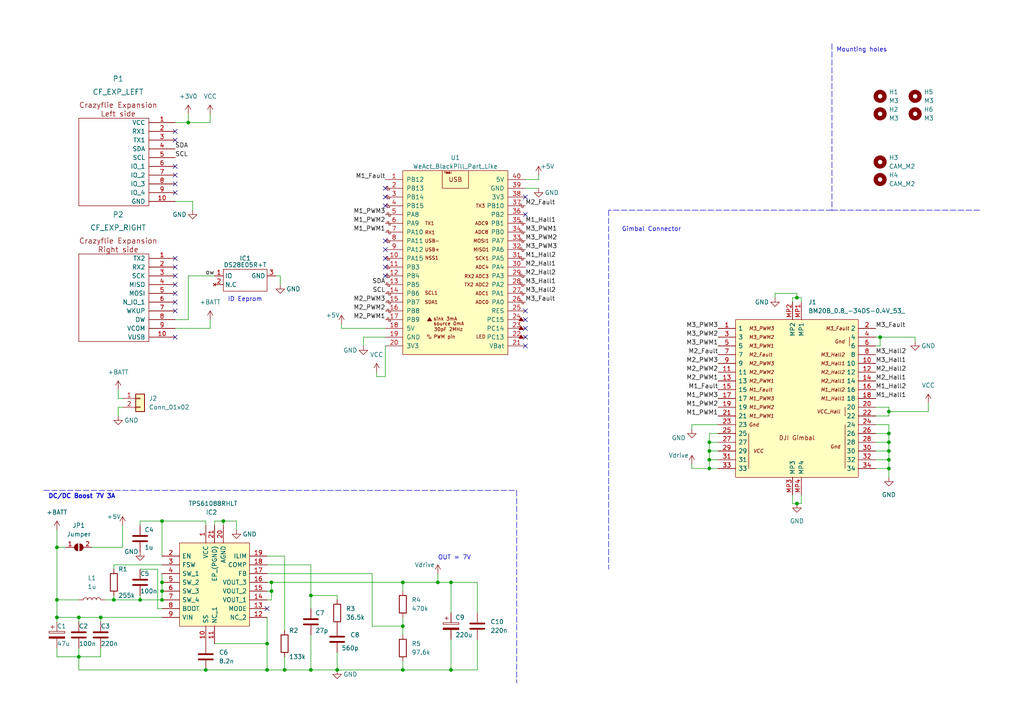
<source format=kicad_sch>
(kicad_sch (version 20211123) (generator eeschema)
  (paper "A4")
  (lib_symbols
    (symbol "Connector_Generic:Conn_01x02" (pin_names (offset 1.016) hide)
      (property "Reference" "J" (at 0 2.54 0))
      (property "Value" "Conn_01x02" (at 0 -5.08 0))
      (symbol "Conn_01x02_1_1"
        (pin passive line (at -5.08 0 0) (length 3.81) (name "Pin_1") (number "1"))
        (pin passive line (at -5.08 -2.54 0) (length 3.81) (name "Pin_2") (number "2"))
      )
    )
    (symbol "DJI_Gimbal:BM20B_0.8_-34DS-0.4V_53_" (pin_names (offset 0.762))
      (property "Reference" "J" (at -0.635 14.605 0))
      (property "Value" "BM20B_0.8_-34DS-0.4V_53_" (at -12.065 17.145 0))
      (symbol "BM20B_0.8_-34DS-0.4V_53__0_0"
        (text "DJI Gimbal" (at 0 -31.75 0) (effects (font (size 1.27 1.27))))
        (text "Gnd" (at -13.97 -27.94 0) (effects (font (size 1.016 1.016) italic) (justify left)))
        (text "Gnd" (at 12.7 -34.29 0) (effects (font (size 1.016 1.016) italic) (justify right)))
        (text "Gnd" (at 13.97 -3.81 0) (effects (font (size 1.016 1.016) italic) (justify right)))
        (text "M1_Fault" (at -13.97 -17.78 0) (effects (font (size 1.016 1.016) italic) (justify left)))
        (text "M1_Hall1" (at 13.97 -20.32 0) (effects (font (size 1.016 1.016) italic) (justify right)))
        (text "M1_Hall2" (at 13.97 -17.78 0) (effects (font (size 1.016 1.016) italic) (justify right)))
        (text "M1_PWM1" (at -13.97 -25.4 0) (effects (font (size 1.016 1.016) italic) (justify left)))
        (text "M1_PWM2" (at -13.97 -22.86 0) (effects (font (size 1.016 1.016) italic) (justify left)))
        (text "M1_PWM3" (at -13.97 -20.32 0) (effects (font (size 1.016 1.016) italic) (justify left)))
        (text "M2_Fault" (at -13.97 -7.62 0) (effects (font (size 1.016 1.016) italic) (justify left)))
        (text "M2_Hall1" (at 13.97 -15.24 0) (effects (font (size 1.016 1.016) italic) (justify right)))
        (text "M2_Hall2" (at 13.97 -12.7 0) (effects (font (size 1.016 1.016) italic) (justify right)))
        (text "M2_PWM1" (at -13.97 -15.24 0) (effects (font (size 1.016 1.016) italic) (justify left)))
        (text "M2_PWM2" (at -13.97 -12.7 0) (effects (font (size 1.016 1.016) italic) (justify left)))
        (text "M2_PWM3" (at -13.97 -10.16 0) (effects (font (size 1.016 1.016) italic) (justify left)))
        (text "M3_Fault" (at 15.24 0 0) (effects (font (size 1.016 1.016) italic) (justify right)))
        (text "M3_Hall1" (at 13.97 -10.16 0) (effects (font (size 1.016 1.016) italic) (justify right)))
        (text "M3_Hall2" (at 13.97 -7.62 0) (effects (font (size 1.016 1.016) italic) (justify right)))
        (text "M3_PWM1" (at -13.97 -5.08 0) (effects (font (size 1.016 1.016) italic) (justify left)))
        (text "M3_PWM2" (at -13.97 -2.54 0) (effects (font (size 1.016 1.016) italic) (justify left)))
        (text "M3_PWM3" (at -13.97 0 0) (effects (font (size 1.016 1.016) italic) (justify left)))
        (text "VCC" (at -12.7 -35.56 0) (effects (font (size 1.016 1.016) italic) (justify left)))
        (text "VCC_Hall" (at 12.7 -24.13 0) (effects (font (size 1.016 1.016) italic) (justify right)))
        (pin passive line (at -22.86 0 0) (length 5.08) (name "1") (number "1"))
        (pin passive line (at 22.86 -10.16 180) (length 5.08) (name "10") (number "10"))
        (pin passive line (at -22.86 -12.7 0) (length 5.08) (name "11") (number "11"))
        (pin passive line (at 22.86 -12.7 180) (length 5.08) (name "12") (number "12"))
        (pin passive line (at -22.86 -15.24 0) (length 5.08) (name "13") (number "13"))
        (pin passive line (at 22.86 -15.24 180) (length 5.08) (name "14") (number "14"))
        (pin passive line (at -22.86 -17.78 0) (length 5.08) (name "15") (number "15"))
        (pin passive line (at 22.86 -17.78 180) (length 5.08) (name "16") (number "16"))
        (pin passive line (at -22.86 -20.32 0) (length 5.08) (name "17") (number "17"))
        (pin passive line (at 22.86 -20.32 180) (length 5.08) (name "18") (number "18"))
        (pin passive line (at -22.86 -22.86 0) (length 5.08) (name "19") (number "19"))
        (pin passive line (at 22.86 0 180) (length 5.08) (name "2") (number "2"))
        (pin passive line (at 22.86 -22.86 180) (length 5.08) (name "20") (number "20"))
        (pin passive line (at -22.86 -25.4 0) (length 5.08) (name "21") (number "21"))
        (pin passive line (at 22.86 -25.4 180) (length 5.08) (name "22") (number "22"))
        (pin passive line (at -22.86 -27.94 0) (length 5.08) (name "23") (number "23"))
        (pin passive line (at 22.86 -27.94 180) (length 5.08) (name "24") (number "24"))
        (pin passive line (at -22.86 -30.48 0) (length 5.08) (name "25") (number "25"))
        (pin passive line (at 22.86 -30.48 180) (length 5.08) (name "26") (number "26"))
        (pin passive line (at -22.86 -33.02 0) (length 5.08) (name "27") (number "27"))
        (pin passive line (at 22.86 -33.02 180) (length 5.08) (name "28") (number "28"))
        (pin passive line (at -22.86 -35.56 0) (length 5.08) (name "29") (number "29"))
        (pin passive line (at -22.86 -2.54 0) (length 5.08) (name "3") (number "3"))
        (pin passive line (at 22.86 -35.56 180) (length 5.08) (name "30") (number "30"))
        (pin passive line (at -22.86 -38.1 0) (length 5.08) (name "31") (number "31"))
        (pin passive line (at 22.86 -38.1 180) (length 5.08) (name "32") (number "32"))
        (pin passive line (at -22.86 -40.64 0) (length 5.08) (name "33") (number "33"))
        (pin passive line (at 22.86 -40.64 180) (length 5.08) (name "34") (number "34"))
        (pin passive line (at 22.86 -2.54 180) (length 5.08) (name "4") (number "4"))
        (pin passive line (at -22.86 -5.08 0) (length 5.08) (name "5") (number "5"))
        (pin passive line (at 22.86 -5.08 180) (length 5.08) (name "6") (number "6"))
        (pin passive line (at -22.86 -7.62 0) (length 5.08) (name "7") (number "7"))
        (pin passive line (at 22.86 -7.62 180) (length 5.08) (name "8") (number "8"))
        (pin passive line (at -22.86 -10.16 0) (length 5.08) (name "9") (number "9"))
        (pin passive line (at 1.27 7.62 270) (length 5.08) (name "MP1") (number "MP1"))
        (pin passive line (at -1.27 7.62 270) (length 5.08) (name "MP2") (number "MP2"))
        (pin passive line (at -1.27 -48.26 90) (length 5.08) (name "MP3") (number "MP3"))
        (pin passive line (at 1.27 -48.26 90) (length 5.08) (name "MP4") (number "MP4"))
      )
    )
    (symbol "DJI_Gimbal:CF_EXP_LEFT" (pin_names (offset 1.016))
      (property "Reference" "P" (at 0 -13.97 0))
      (property "Value" "CF_EXP_LEFT" (at 0 -16.51 0))
      (symbol "CF_EXP_LEFT_0_0"
        (text "Crazyflie Expansion" (at 1.27 16.51 0) (effects (font (size 1.524 1.524))))
        (text "Left side" (at 1.27 13.97 0) (effects (font (size 1.524 1.524))))
      )
      (symbol "CF_EXP_LEFT_1_1"
        (pin power_out line (at 17.78 11.43 180) (length 7.62) (name "VCC") (number "1"))
        (pin power_out line (at 17.78 -11.43 180) (length 7.62) (name "GND") (number "10"))
        (pin bidirectional line (at 17.78 8.89 180) (length 7.62) (name "RX1") (number "2"))
        (pin bidirectional line (at 17.78 6.35 180) (length 7.62) (name "TX1") (number "3"))
        (pin output line (at 17.78 3.81 180) (length 7.62) (name "SDA") (number "4"))
        (pin bidirectional line (at 17.78 1.27 180) (length 7.62) (name "SCL") (number "5"))
        (pin bidirectional line (at 17.78 -1.27 180) (length 7.62) (name "IO_1") (number "6"))
        (pin bidirectional line (at 17.78 -3.81 180) (length 7.62) (name "IO_2") (number "7"))
        (pin bidirectional line (at 17.78 -6.35 180) (length 7.62) (name "IO_3") (number "8"))
        (pin bidirectional line (at 17.78 -8.89 180) (length 7.62) (name "IO_4") (number "9"))
      )
    )
    (symbol "DJI_Gimbal:CF_EXP_RIGHT" (pin_names (offset 1.016))
      (property "Reference" "P" (at 0 -13.97 0))
      (property "Value" "CF_EXP_RIGHT" (at 0 -16.51 0))
      (symbol "CF_EXP_RIGHT_0_0"
        (text "Crazyflie Expansion" (at 1.27 16.51 0) (effects (font (size 1.524 1.524))))
        (text "Right side" (at 1.27 13.97 0) (effects (font (size 1.524 1.524))))
      )
      (symbol "CF_EXP_RIGHT_1_1"
        (pin bidirectional line (at 17.78 11.43 180) (length 7.62) (name "TX2") (number "1"))
        (pin power_out line (at 17.78 -11.43 180) (length 7.62) (name "VUSB") (number "10"))
        (pin bidirectional line (at 17.78 8.89 180) (length 7.62) (name "RX2") (number "2"))
        (pin output line (at 17.78 6.35 180) (length 7.62) (name "SCK") (number "3"))
        (pin bidirectional line (at 17.78 3.81 180) (length 7.62) (name "MISO") (number "4"))
        (pin bidirectional line (at 17.78 1.27 180) (length 7.62) (name "MOSI") (number "5"))
        (pin bidirectional line (at 17.78 -1.27 180) (length 7.62) (name "N_IO_1") (number "6"))
        (pin bidirectional line (at 17.78 -3.81 180) (length 7.62) (name "WKUP") (number "7"))
        (pin bidirectional line (at 17.78 -6.35 180) (length 7.62) (name "OW") (number "8"))
        (pin power_out line (at 17.78 -8.89 180) (length 7.62) (name "VCOM") (number "9"))
      )
    )
    (symbol "DJI_Gimbal:DS28E05R+T"
      (property "Reference" "IC?" (at 0 5.08 0))
      (property "Value" "DS28E05R+T" (at 0 3.175 0))
      (symbol "DS28E05R+T_1_1"
        (pin bidirectional line (at -8.89 0 0) (length 2.54) (name "IO") (number "1"))
        (pin no_connect line (at -8.89 -2.54 0) (length 2.54) (name "N.C") (number "2"))
        (pin input line (at 8.89 0 180) (length 2.54) (name "GND") (number "3"))
      )
    )
    (symbol "DJI_Gimbal:TPS61088RHLT" (pin_names (offset 0.762))
      (property "Reference" "IC" (at 26.67 22.86 0))
      (property "Value" "TPS61088RHLT" (at 26.67 20.32 0))
      (symbol "TPS61088RHLT_0_0"
        (pin passive line (at 12.7 8.89 270) (length 5.08) (name "VCC") (number "1"))
        (pin passive line (at 12.7 -25.4 90) (length 5.08) (name "SS") (number "10"))
        (pin passive line (at 15.24 -25.4 90) (length 5.08) (name "NC_1") (number "11"))
        (pin passive line (at 30.48 -17.78 180) (length 5.08) (name "NC_2") (number "12"))
        (pin passive line (at 30.48 -15.24 180) (length 5.08) (name "MODE") (number "13"))
        (pin passive line (at 30.48 -12.7 180) (length 5.08) (name "VOUT_1") (number "14"))
        (pin passive line (at 30.48 -10.16 180) (length 5.08) (name "VOUT_2") (number "15"))
        (pin passive line (at 30.48 -7.62 180) (length 5.08) (name "VOUT_3") (number "16"))
        (pin passive line (at 30.48 -5.08 180) (length 5.08) (name "FB") (number "17"))
        (pin passive line (at 30.48 -2.54 180) (length 5.08) (name "COMP") (number "18"))
        (pin passive line (at 30.48 0 180) (length 5.08) (name "ILIM") (number "19"))
        (pin passive line (at 0 0 0) (length 5.08) (name "EN") (number "2"))
        (pin passive line (at 17.78 8.89 270) (length 5.08) (name "AGND") (number "20"))
        (pin passive line (at 15.24 8.89 270) (length 5.08) (name "EP_(PGND)") (number "21"))
        (pin passive line (at 0 -2.54 0) (length 5.08) (name "FSW") (number "3"))
        (pin passive line (at 0 -5.08 0) (length 5.08) (name "SW_1") (number "4"))
        (pin passive line (at 0 -7.62 0) (length 5.08) (name "SW_2") (number "5"))
        (pin passive line (at 0 -10.16 0) (length 5.08) (name "SW_3") (number "6"))
        (pin passive line (at 0 -12.7 0) (length 5.08) (name "SW_4") (number "7"))
        (pin passive line (at 0 -15.24 0) (length 5.08) (name "BOOT") (number "8"))
        (pin passive line (at 0 -17.78 0) (length 5.08) (name "VIN") (number "9"))
      )
    )
    (symbol "DJI_Gimbal:WeAct_BlackPill_Part_Like" (pin_names (offset 1.016))
      (property "Reference" "U" (at -12.7 27.94 0))
      (property "Value" "WeAct_BlackPill_Part_Like" (at 0 2.54 90))
      (symbol "WeAct_BlackPill_Part_Like_0_0"
        (text "30pF 2MHz" (at -2.032 -20.574 0) (effects (font (size 0.9906 0.9906))))
        (text "ADC0" (at 7.747 -12.7 0) (effects (font (size 0.9906 0.9906))))
        (text "ADC1" (at 7.747 -10.16 0) (effects (font (size 0.9906 0.9906))))
        (text "ADC2" (at 7.747 -7.62 0) (effects (font (size 0.9906 0.9906))))
        (text "ADC3" (at 7.747 -5.207 0) (effects (font (size 0.9906 0.9906))))
        (text "ADC4" (at 7.747 -2.54 0) (effects (font (size 0.9906 0.9906))))
        (text "ADC8" (at 7.62 7.62 0) (effects (font (size 0.9906 0.9906))))
        (text "ADC9" (at 7.62 10.16 0) (effects (font (size 0.9906 0.9906))))
        (text "LED" (at 7.366 -22.733 0) (effects (font (size 0.9906 0.9906))))
        (text "MISO1" (at 7.493 2.54 0) (effects (font (size 0.9906 0.9906))))
        (text "MOSI1" (at 7.493 5.08 0) (effects (font (size 0.9906 0.9906))))
        (text "NSS1" (at -6.858 0.127 0) (effects (font (size 0.9906 0.9906))))
        (text "PWM pin" (at -3.175 -22.733 0) (effects (font (size 0.9906 0.9906))))
        (text "RX1" (at -7.366 7.493 0) (effects (font (size 0.9906 0.9906))))
        (text "RX2" (at 4.064 -5.207 0) (effects (font (size 0.9906 0.9906))))
        (text "SCK1" (at 7.747 0 0) (effects (font (size 0.9906 0.9906))))
        (text "SCL1" (at -6.985 -10.033 0) (effects (font (size 0.9906 0.9906))))
        (text "SDA1" (at -6.985 -12.7 0) (effects (font (size 0.9906 0.9906))))
        (text "sink 3mA" (at -2.921 -17.526 0) (effects (font (size 0.9906 0.9906))))
        (text "source 0mA" (at -1.905 -18.923 0) (effects (font (size 0.9906 0.9906))))
        (text "TX1" (at -7.493 10.16 0) (effects (font (size 0.9906 0.9906))))
        (text "TX2" (at 3.937 -7.62 0) (effects (font (size 0.9906 0.9906))))
        (text "TX3" (at 7.239 15.24 0) (effects (font (size 0.9906 0.9906))))
        (text "USB" (at 0 22.86 0) (effects (font (size 1.27 1.27))))
        (text "USB+" (at -6.731 2.54 0) (effects (font (size 0.9906 0.9906))))
        (text "USB-" (at -6.731 5.08 0) (effects (font (size 0.9906 0.9906))))
        (text "Y@@J" (at -2.159 24.892 0) (effects (font (size 0.508 0.508))))
      )
      (symbol "WeAct_BlackPill_Part_Like_1_1"
        (pin bidirectional line (at -20.32 22.86 0) (length 5.08) (name "PB12") (number "1"))
        (pin bidirectional line (at -20.32 0 0) (length 5.08) (name "PA15") (number "10"))
        (pin bidirectional line (at -20.32 -2.54 0) (length 5.08) (name "PB3") (number "11"))
        (pin bidirectional line (at -20.32 -5.08 0) (length 5.08) (name "PB4") (number "12"))
        (pin bidirectional line (at -20.32 -7.62 0) (length 5.08) (name "PB5") (number "13"))
        (pin bidirectional line (at -20.32 -10.16 0) (length 5.08) (name "PB6") (number "14"))
        (pin bidirectional line (at -20.32 -12.7 0) (length 5.08) (name "PB7") (number "15"))
        (pin bidirectional line (at -20.32 -15.24 0) (length 5.08) (name "PB8") (number "16"))
        (pin bidirectional line (at -20.32 -17.78 0) (length 5.08) (name "PB9") (number "17"))
        (pin power_in line (at -20.32 -20.32 0) (length 5.08) (name "5V") (number "18"))
        (pin power_in line (at -20.32 -22.86 0) (length 5.08) (name "GND") (number "19"))
        (pin bidirectional line (at -20.32 20.32 0) (length 5.08) (name "PB13") (number "2"))
        (pin power_in line (at -20.32 -25.4 0) (length 5.08) (name "3V3") (number "20"))
        (pin power_in line (at 20.32 -25.4 180) (length 5.08) (name "VBat") (number "21"))
        (pin bidirectional line (at 20.32 -22.86 180) (length 5.08) (name "PC13") (number "22"))
        (pin bidirectional line (at 20.32 -20.32 180) (length 5.08) (name "PC14") (number "23"))
        (pin bidirectional line (at 20.32 -17.78 180) (length 5.08) (name "PC15") (number "24"))
        (pin input line (at 20.32 -15.24 180) (length 5.08) (name "RES") (number "25"))
        (pin bidirectional line (at 20.32 -12.7 180) (length 5.08) (name "PA0") (number "26"))
        (pin bidirectional line (at 20.32 -10.16 180) (length 5.08) (name "PA1") (number "27"))
        (pin bidirectional line (at 20.32 -7.62 180) (length 5.08) (name "PA2") (number "28"))
        (pin bidirectional line (at 20.32 -5.08 180) (length 5.08) (name "PA3") (number "29"))
        (pin bidirectional line (at -20.32 17.78 0) (length 5.08) (name "PB14") (number "3"))
        (pin bidirectional line (at 20.32 -2.54 180) (length 5.08) (name "PA4") (number "30"))
        (pin bidirectional line (at 20.32 0 180) (length 5.08) (name "PA5") (number "31"))
        (pin bidirectional line (at 20.32 2.54 180) (length 5.08) (name "PA6") (number "32"))
        (pin bidirectional line (at 20.32 5.08 180) (length 5.08) (name "PA7") (number "33"))
        (pin bidirectional line (at 20.32 7.62 180) (length 5.08) (name "PB0") (number "34"))
        (pin bidirectional line (at 20.32 10.16 180) (length 5.08) (name "PB1") (number "35"))
        (pin bidirectional line (at 20.32 12.7 180) (length 5.08) (name "PB2") (number "36"))
        (pin bidirectional line (at 20.32 15.24 180) (length 5.08) (name "PB10") (number "37"))
        (pin power_in line (at 20.32 17.78 180) (length 5.08) (name "3V3") (number "38"))
        (pin power_in line (at 20.32 20.32 180) (length 5.08) (name "GND") (number "39"))
        (pin bidirectional line (at -20.32 15.24 0) (length 5.08) (name "PB15") (number "4"))
        (pin power_in line (at 20.32 22.86 180) (length 5.08) (name "5V") (number "40"))
        (pin bidirectional line (at -20.32 12.7 0) (length 5.08) (name "PA8") (number "5"))
        (pin bidirectional line (at -20.32 10.16 0) (length 5.08) (name "PA9") (number "6"))
        (pin bidirectional line (at -20.32 7.62 0) (length 5.08) (name "PA10") (number "7"))
        (pin bidirectional line (at -20.32 5.08 0) (length 5.08) (name "PA11") (number "8"))
        (pin bidirectional line (at -20.32 2.54 0) (length 5.08) (name "PA12") (number "9"))
      )
    )
    (symbol "Device:C" (pin_numbers hide) (pin_names (offset 0.254))
      (property "Reference" "C" (at 0.635 2.54 0))
      (property "Value" "C" (at 0.635 -2.54 0))
      (symbol "C_1_1"
        (pin passive line (at 0 3.81 270) (length 2.794) (name "~") (number "1"))
        (pin passive line (at 0 -3.81 90) (length 2.794) (name "~") (number "2"))
      )
    )
    (symbol "Device:C_Polarized" (pin_numbers hide) (pin_names (offset 0.254))
      (property "Reference" "C" (at 0.635 2.54 0))
      (property "Value" "C_Polarized" (at 0.635 -2.54 0))
      (symbol "C_Polarized_1_1"
        (pin passive line (at 0 3.81 270) (length 2.794) (name "~") (number "1"))
        (pin passive line (at 0 -3.81 90) (length 2.794) (name "~") (number "2"))
      )
    )
    (symbol "Device:L" (pin_numbers hide) (pin_names (offset 1.016) hide)
      (property "Reference" "L" (at -1.27 0 90))
      (property "Value" "L" (at 1.905 0 90))
      (symbol "L_1_1"
        (pin passive line (at 0 3.81 270) (length 1.27) (name "1") (number "1"))
        (pin passive line (at 0 -3.81 90) (length 1.27) (name "2") (number "2"))
      )
    )
    (symbol "Device:R" (pin_numbers hide) (pin_names (offset 0))
      (property "Reference" "R" (at 2.032 0 90))
      (property "Value" "R" (at 0 0 90))
      (symbol "R_1_1"
        (pin passive line (at 0 3.81 270) (length 1.27) (name "~") (number "1"))
        (pin passive line (at 0 -3.81 90) (length 1.27) (name "~") (number "2"))
      )
    )
    (symbol "Jumper:SolderJumper_2_Open" (pin_names (offset 0) hide)
      (property "Reference" "JP" (at 0 2.032 0))
      (property "Value" "SolderJumper_2_Open" (at 0 -2.54 0))
      (symbol "SolderJumper_2_Open_1_1"
        (pin passive line (at -3.81 0 0) (length 2.54) (name "A") (number "1"))
        (pin passive line (at 3.81 0 180) (length 2.54) (name "B") (number "2"))
      )
    )
    (symbol "Mechanical:MountingHole" (pin_names (offset 1.016))
      (property "Reference" "H" (at 0 5.08 0))
      (property "Value" "MountingHole" (at 0 3.175 0))
    )
    (symbol "power:+3V0" (power) (pin_names (offset 0))
      (property "Value" "+3V0" (at 0 3.556 0))
      (symbol "+3V0_1_1"
        (pin power_in line (at 0 0 90) (length 0) hide (name "+3V0") (number "1"))
      )
    )
    (symbol "power:+5V" (power) (pin_names (offset 0))
      (property "Value" "+5V" (at 0 3.556 0))
      (symbol "+5V_1_1"
        (pin power_in line (at 0 0 90) (length 0) hide (name "+5V") (number "1"))
      )
    )
    (symbol "power:+BATT" (power) (pin_names (offset 0))
      (property "Value" "+BATT" (at 0 3.556 0))
      (symbol "+BATT_1_1"
        (pin power_in line (at 0 0 90) (length 0) hide (name "+BATT") (number "1"))
      )
    )
    (symbol "power:GND" (power) (pin_names (offset 0))
      (property "Value" "GND" (at 0 -3.81 0))
      (symbol "GND_1_1"
        (pin power_in line (at 0 0 270) (length 0) hide (name "GND") (number "1"))
      )
    )
    (symbol "power:VCC" (power) (pin_names (offset 0))
      (property "Value" "VCC" (at 0 3.81 0))
      (symbol "VCC_1_1"
        (pin power_in line (at 0 0 90) (length 0) hide (name "VCC") (number "1"))
      )
    )
    (symbol "power:Vdrive" (power) (pin_names (offset 0))
      (property "Value" "Vdrive" (at 0 3.81 0))
      (symbol "Vdrive_1_1"
        (pin power_in line (at 0 0 90) (length 0) hide (name "Vdrive") (number "1"))
      )
    )
  )
  (junction (at 116.84 194.31))
  (junction (at 130.81 168.91))
  (junction (at 205.74 130.81))
  (junction (at 54.61 35.56))
  (junction (at 16.51 179.07))
  (junction (at 78.74 168.91))
  (junction (at 22.86 190.5))
  (junction (at 130.81 194.31))
  (junction (at 59.69 194.31))
  (junction (at 257.81 128.27))
  (junction (at 90.17 172.72))
  (junction (at 29.21 179.07))
  (junction (at 231.14 146.05))
  (junction (at 257.81 133.35))
  (junction (at 46.99 171.45))
  (junction (at 46.99 151.13))
  (junction (at 82.55 194.31))
  (junction (at 46.99 168.91))
  (junction (at 46.99 173.99))
  (junction (at 205.74 128.27))
  (junction (at 33.02 173.99))
  (junction (at 90.17 194.31))
  (junction (at 77.47 186.69))
  (junction (at 22.86 179.07))
  (junction (at 97.79 194.31))
  (junction (at 78.74 171.45))
  (junction (at 205.74 135.89))
  (junction (at 257.81 125.73))
  (junction (at 257.81 130.81))
  (junction (at 16.51 158.75))
  (junction (at 257.81 119.38))
  (junction (at 64.77 151.13))
  (junction (at 127 168.91))
  (junction (at 116.84 181.61))
  (junction (at 205.74 133.35))
  (junction (at 231.14 86.36))
  (junction (at 16.51 173.99))
  (junction (at 255.27 97.79))
  (junction (at 116.84 168.91))
  (junction (at 257.81 135.89))
  (junction (at 77.47 194.31))
  (junction (at 40.64 173.99))
  (no_connect (at 152.4 100.33))
  (no_connect (at 111.76 74.93))
  (no_connect (at 111.76 77.47))
  (no_connect (at 111.76 69.85))
  (no_connect (at 111.76 72.39))
  (no_connect (at 111.76 80.01))
  (no_connect (at 50.8 48.26))
  (no_connect (at 50.8 50.8))
  (no_connect (at 50.8 53.34))
  (no_connect (at 50.8 55.88))
  (no_connect (at 50.8 38.1))
  (no_connect (at 50.8 40.64))
  (no_connect (at 111.76 54.61))
  (no_connect (at 111.76 57.15))
  (no_connect (at 111.76 59.69))
  (no_connect (at 152.4 57.15))
  (no_connect (at 152.4 62.23))
  (no_connect (at 152.4 90.17))
  (no_connect (at 152.4 97.79))
  (no_connect (at 50.8 97.79))
  (no_connect (at 77.47 176.53))
  (no_connect (at 50.8 77.47))
  (no_connect (at 50.8 80.01))
  (no_connect (at 50.8 82.55))
  (no_connect (at 50.8 85.09))
  (no_connect (at 50.8 87.63))
  (no_connect (at 50.8 90.17))
  (no_connect (at 50.8 74.93))
  (no_connect (at 152.4 95.25))
  (no_connect (at 152.4 92.71))
  (wire (pts (xy 16.51 173.99) (xy 22.86 173.99)))
  (wire (pts (xy 254 123.19) (xy 257.81 123.19)))
  (wire (pts (xy 257.81 133.35) (xy 257.81 135.89)))
  (wire (pts (xy 77.47 179.07) (xy 77.47 186.69)))
  (wire (pts (xy 205.74 128.27) (xy 205.74 130.81)))
  (wire (pts (xy 90.17 184.15) (xy 90.17 194.31)))
  (wire (pts (xy 77.47 168.91) (xy 78.74 168.91)))
  (wire (pts (xy 130.81 168.91) (xy 127 168.91)))
  (wire (pts (xy 22.86 190.5) (xy 16.51 190.5)))
  (wire (pts (xy 229.87 146.05) (xy 231.14 146.05)))
  (wire (pts (xy 265.43 99.06) (xy 265.43 97.79)))
  (wire (pts (xy 116.84 168.91) (xy 116.84 171.45)))
  (wire (pts (xy 40.64 151.13) (xy 46.99 151.13)))
  (wire (pts (xy 127 166.37) (xy 127 168.91)))
  (wire (pts (xy 77.47 171.45) (xy 78.74 171.45)))
  (wire (pts (xy 224.79 85.09) (xy 231.14 85.09)))
  (wire (pts (xy 254 133.35) (xy 257.81 133.35)))
  (wire (pts (xy 257.81 119.38) (xy 257.81 120.65)))
  (wire (pts (xy 60.96 35.56) (xy 54.61 35.56)))
  (wire (pts (xy 130.81 185.42) (xy 130.81 194.31)))
  (wire (pts (xy 60.96 92.71) (xy 60.96 95.25)))
  (wire (pts (xy 82.55 161.29) (xy 77.47 161.29)))
  (wire (pts (xy 59.69 151.13) (xy 46.99 151.13)))
  (wire (pts (xy 107.95 181.61) (xy 116.84 181.61)))
  (wire (pts (xy 22.86 180.34) (xy 22.86 179.07)))
  (wire (pts (xy 82.55 194.31) (xy 77.47 194.31)))
  (wire (pts (xy 97.79 172.72) (xy 97.79 173.99)))
  (wire (pts (xy 255.27 97.79) (xy 255.27 100.33)))
  (wire (pts (xy 60.96 95.25) (xy 50.8 95.25)))
  (wire (pts (xy 254 118.11) (xy 257.81 118.11)))
  (wire (pts (xy 229.87 87.63) (xy 229.87 86.36)))
  (wire (pts (xy 254 130.81) (xy 257.81 130.81)))
  (wire (pts (xy 16.51 158.75) (xy 19.05 158.75)))
  (wire (pts (xy 22.86 190.5) (xy 22.86 194.31)))
  (wire (pts (xy 33.02 165.1) (xy 33.02 163.83)))
  (wire (pts (xy 46.99 171.45) (xy 46.99 173.99)))
  (wire (pts (xy 68.58 153.67) (xy 68.58 151.13)))
  (wire (pts (xy 156.21 50.8) (xy 156.21 52.07)))
  (wire (pts (xy 116.84 194.31) (xy 130.81 194.31)))
  (wire (pts (xy 99.06 93.98) (xy 99.06 95.25)))
  (wire (pts (xy 46.99 176.53) (xy 45.72 176.53)))
  (wire (pts (xy 254 97.79) (xy 255.27 97.79)))
  (wire (pts (xy 80.01 80.01) (xy 81.28 80.01)))
  (wire (pts (xy 107.95 166.37) (xy 107.95 181.61)))
  (wire (pts (xy 62.23 152.4) (xy 62.23 151.13)))
  (wire (pts (xy 229.87 86.36) (xy 231.14 86.36)))
  (wire (pts (xy 40.64 173.99) (xy 46.99 173.99)))
  (wire (pts (xy 30.48 173.99) (xy 33.02 173.99)))
  (wire (pts (xy 105.41 97.79) (xy 111.76 97.79)))
  (wire (pts (xy 111.76 100.33) (xy 111.76 109.22)))
  (wire (pts (xy 205.74 133.35) (xy 208.28 133.35)))
  (wire (pts (xy 78.74 168.91) (xy 78.74 171.45)))
  (wire (pts (xy 77.47 186.69) (xy 62.23 186.69)))
  (wire (pts (xy 229.87 143.51) (xy 229.87 146.05)))
  (wire (pts (xy 231.14 85.09) (xy 231.14 86.36)))
  (wire (pts (xy 130.81 168.91) (xy 130.81 177.8)))
  (polyline (pts (xy 176.53 60.96) (xy 176.53 165.1)))
  (wire (pts (xy 78.74 171.45) (xy 78.74 173.99)))
  (wire (pts (xy 59.69 152.4) (xy 59.69 151.13)))
  (wire (pts (xy 257.81 128.27) (xy 257.81 130.81)))
  (wire (pts (xy 59.69 194.31) (xy 77.47 194.31)))
  (wire (pts (xy 97.79 194.31) (xy 116.84 194.31)))
  (wire (pts (xy 54.61 80.01) (xy 62.23 80.01)))
  (wire (pts (xy 82.55 190.5) (xy 82.55 194.31)))
  (wire (pts (xy 205.74 130.81) (xy 205.74 133.35)))
  (wire (pts (xy 269.24 116.84) (xy 269.24 119.38)))
  (wire (pts (xy 265.43 97.79) (xy 255.27 97.79)))
  (wire (pts (xy 16.51 158.75) (xy 16.51 173.99)))
  (wire (pts (xy 81.28 80.01) (xy 81.28 82.55)))
  (wire (pts (xy 55.88 58.42) (xy 55.88 60.96)))
  (wire (pts (xy 62.23 151.13) (xy 64.77 151.13)))
  (wire (pts (xy 68.58 151.13) (xy 64.77 151.13)))
  (wire (pts (xy 16.51 190.5) (xy 16.51 187.96)))
  (wire (pts (xy 22.86 190.5) (xy 29.21 190.5)))
  (wire (pts (xy 60.96 33.02) (xy 60.96 35.56)))
  (wire (pts (xy 138.43 168.91) (xy 130.81 168.91)))
  (wire (pts (xy 29.21 180.34) (xy 29.21 179.07)))
  (wire (pts (xy 200.66 135.89) (xy 205.74 135.89)))
  (wire (pts (xy 90.17 172.72) (xy 97.79 172.72)))
  (wire (pts (xy 46.99 166.37) (xy 46.99 168.91)))
  (wire (pts (xy 16.51 179.07) (xy 16.51 180.34)))
  (wire (pts (xy 40.64 152.4) (xy 40.64 151.13)))
  (wire (pts (xy 257.81 135.89) (xy 257.81 138.43)))
  (wire (pts (xy 116.84 168.91) (xy 127 168.91)))
  (wire (pts (xy 78.74 168.91) (xy 116.84 168.91)))
  (wire (pts (xy 45.72 165.1) (xy 40.64 165.1)))
  (polyline (pts (xy 241.3 12.7) (xy 241.3 60.96)))
  (wire (pts (xy 232.41 86.36) (xy 232.41 87.63)))
  (polyline (pts (xy 241.3 60.96) (xy 284.48 60.96)))
  (wire (pts (xy 34.29 118.11) (xy 35.56 118.11)))
  (wire (pts (xy 77.47 186.69) (xy 77.47 194.31)))
  (wire (pts (xy 208.28 125.73) (xy 205.74 125.73)))
  (wire (pts (xy 35.56 152.4) (xy 35.56 158.75)))
  (polyline (pts (xy 149.86 142.24) (xy 149.86 198.12)))
  (wire (pts (xy 255.27 100.33) (xy 254 100.33)))
  (wire (pts (xy 33.02 163.83) (xy 46.99 163.83)))
  (wire (pts (xy 269.24 119.38) (xy 257.81 119.38)))
  (wire (pts (xy 205.74 125.73) (xy 205.74 128.27)))
  (wire (pts (xy 254 125.73) (xy 257.81 125.73)))
  (wire (pts (xy 34.29 115.57) (xy 35.56 115.57)))
  (wire (pts (xy 16.51 173.99) (xy 16.51 179.07)))
  (wire (pts (xy 50.8 35.56) (xy 54.61 35.56)))
  (wire (pts (xy 254 128.27) (xy 257.81 128.27)))
  (wire (pts (xy 29.21 187.96) (xy 29.21 190.5)))
  (wire (pts (xy 26.67 158.75) (xy 35.56 158.75)))
  (wire (pts (xy 40.64 172.72) (xy 40.64 173.99)))
  (wire (pts (xy 257.81 125.73) (xy 257.81 128.27)))
  (wire (pts (xy 200.66 124.46) (xy 200.66 123.19)))
  (wire (pts (xy 257.81 118.11) (xy 257.81 119.38)))
  (polyline (pts (xy 241.3 60.96) (xy 176.53 60.96)))
  (wire (pts (xy 99.06 95.25) (xy 111.76 95.25)))
  (wire (pts (xy 46.99 168.91) (xy 46.99 171.45)))
  (wire (pts (xy 54.61 80.01) (xy 54.61 92.71)))
  (wire (pts (xy 257.81 135.89) (xy 254 135.89)))
  (wire (pts (xy 46.99 151.13) (xy 46.99 161.29)))
  (wire (pts (xy 116.84 191.77) (xy 116.84 194.31)))
  (wire (pts (xy 22.86 194.31) (xy 59.69 194.31)))
  (wire (pts (xy 152.4 54.61) (xy 156.21 54.61)))
  (wire (pts (xy 33.02 173.99) (xy 40.64 173.99)))
  (wire (pts (xy 105.41 100.33) (xy 105.41 97.79)))
  (wire (pts (xy 205.74 130.81) (xy 208.28 130.81)))
  (wire (pts (xy 205.74 128.27) (xy 208.28 128.27)))
  (wire (pts (xy 138.43 177.8) (xy 138.43 168.91)))
  (wire (pts (xy 200.66 123.19) (xy 208.28 123.19)))
  (wire (pts (xy 29.21 179.07) (xy 46.99 179.07)))
  (wire (pts (xy 22.86 179.07) (xy 16.51 179.07)))
  (wire (pts (xy 33.02 172.72) (xy 33.02 173.99)))
  (wire (pts (xy 205.74 135.89) (xy 208.28 135.89)))
  (wire (pts (xy 97.79 189.23) (xy 97.79 194.31)))
  (wire (pts (xy 138.43 185.42) (xy 138.43 194.31)))
  (wire (pts (xy 77.47 166.37) (xy 107.95 166.37)))
  (wire (pts (xy 200.66 134.62) (xy 200.66 135.89)))
  (wire (pts (xy 90.17 176.53) (xy 90.17 172.72)))
  (wire (pts (xy 205.74 133.35) (xy 205.74 135.89)))
  (wire (pts (xy 34.29 113.03) (xy 34.29 115.57)))
  (wire (pts (xy 22.86 187.96) (xy 22.86 190.5)))
  (wire (pts (xy 54.61 35.56) (xy 54.61 33.02)))
  (wire (pts (xy 90.17 163.83) (xy 90.17 172.72)))
  (wire (pts (xy 34.29 120.65) (xy 34.29 118.11)))
  (wire (pts (xy 82.55 182.88) (xy 82.55 161.29)))
  (wire (pts (xy 224.79 86.36) (xy 224.79 85.09)))
  (polyline (pts (xy 12.7 142.24) (xy 149.86 142.24)))
  (wire (pts (xy 45.72 176.53) (xy 45.72 165.1)))
  (wire (pts (xy 16.51 153.67) (xy 16.51 158.75)))
  (wire (pts (xy 77.47 173.99) (xy 78.74 173.99)))
  (wire (pts (xy 90.17 194.31) (xy 82.55 194.31)))
  (wire (pts (xy 109.22 109.22) (xy 109.22 107.95)))
  (wire (pts (xy 111.76 109.22) (xy 109.22 109.22)))
  (wire (pts (xy 64.77 151.13) (xy 64.77 152.4)))
  (wire (pts (xy 130.81 194.31) (xy 138.43 194.31)))
  (wire (pts (xy 231.14 86.36) (xy 232.41 86.36)))
  (wire (pts (xy 50.8 58.42) (xy 55.88 58.42)))
  (wire (pts (xy 257.81 120.65) (xy 254 120.65)))
  (wire (pts (xy 156.21 52.07) (xy 152.4 52.07)))
  (wire (pts (xy 97.79 194.31) (xy 90.17 194.31)))
  (wire (pts (xy 116.84 181.61) (xy 116.84 184.15)))
  (wire (pts (xy 257.81 130.81) (xy 257.81 133.35)))
  (wire (pts (xy 231.14 146.05) (xy 232.41 146.05)))
  (wire (pts (xy 232.41 146.05) (xy 232.41 143.51)))
  (wire (pts (xy 77.47 163.83) (xy 90.17 163.83)))
  (wire (pts (xy 29.21 179.07) (xy 22.86 179.07)))
  (wire (pts (xy 116.84 179.07) (xy 116.84 181.61)))
  (wire (pts (xy 257.81 123.19) (xy 257.81 125.73)))
  (wire (pts (xy 50.8 92.71) (xy 54.61 92.71)))
  (text "Mounting holes" (at 242.57 15.24 0) (effects (font (size 1.27 1.27)) (justify left bottom)))
  (text "DC/DC Boost 7V 3A" (at 13.97 144.78 0) (effects (font (size 1.27 1.27) (thickness 0.254) bold) (justify left bottom)))
  (text "ID Eeprom" (at 66.04 87.63 0) (effects (font (size 1.27 1.27)) (justify left bottom)))
  (text "OUT = 7V\n" (at 127 162.56 0) (effects (font (size 1.27 1.27)) (justify left bottom)))
  (text "Gimbal Connector" (at 180.34 67.31 0) (effects (font (size 1.27 1.27)) (justify left bottom)))
  (label "M1_Hall1" (at 152.4 64.77 0))
  (label "M3_Hall2" (at 254 102.87 0))
  (label "M3_PWM2" (at 208.28 97.79 180))
  (label "M1_PWM1" (at 111.76 67.31 180))
  (label "SDA" (at 50.8 43.18 0))
  (label "M1_Fault" (at 111.76 52.07 180))
  (label "M1_PWM3" (at 208.28 115.57 180))
  (label "M1_Fault" (at 208.28 113.03 180))
  (label "M3_Fault" (at 254 95.25 0))
  (label "M2_Hall1" (at 254 110.49 0))
  (label "SCL" (at 50.8 45.72 0))
  (label "M1_Hall2" (at 254 113.03 0))
  (label "M2_PWM3" (at 208.28 105.41 180))
  (label "M1_Hall1" (at 254 115.57 0))
  (label "M3_Hall2" (at 152.4 85.09 0))
  (label "M2_PWM1" (at 208.28 110.49 180))
  (label "SDA" (at 111.76 82.55 180))
  (label "M3_Fault" (at 152.4 87.63 0))
  (label "M3_Hall1" (at 152.4 82.55 0))
  (label "M2_Hall1" (at 152.4 77.47 0))
  (label "M3_PWM3" (at 208.28 95.25 180))
  (label "M3_Hall1" (at 254 105.41 0))
  (label "M3_PWM1" (at 208.28 100.33 180))
  (label "M2_Fault" (at 208.28 102.87 180))
  (label "ow" (at 62.23 80.01 180))
  (label "M2_Hall2" (at 152.4 80.01 0))
  (label "M1_PWM2" (at 208.28 118.11 180))
  (label "M2_PWM2" (at 208.28 107.95 180))
  (label "M3_PWM2" (at 152.4 69.85 0))
  (label "M3_PWM3" (at 152.4 72.39 0))
  (label "M1_Hall2" (at 152.4 74.93 0))
  (label "M2_Fault" (at 152.4 59.69 0))
  (label "M2_PWM3" (at 111.76 87.63 180))
  (label "SCL" (at 111.76 85.09 180))
  (label "M2_PWM1" (at 111.76 92.71 180))
  (label "M1_PWM2" (at 111.76 64.77 180))
  (label "M2_PWM2" (at 111.76 90.17 180))
  (label "M1_PWM3" (at 111.76 62.23 180))
  (label "M3_PWM1" (at 152.4 67.31 0))
  (label "M2_Hall2" (at 254 107.95 0))
  (label "M1_PWM1" (at 208.28 120.65 180))
  (symbol (lib_id "DJI_Gimbal:WeAct_BlackPill_Part_Like") (at 132.08 74.93 0) (unit 1)
    (property "Reference" "U1" (at 132.08 45.72 0))
    (property "Value" "WeAct_BlackPill_Part_Like" (at 132.08 48.26 0))
    (property "Footprint" "DGI_Gimbal:YAAJ_WeAct_BlackPill_2" (effects hide))
  )
  (symbol (lib_id "power:GND") (at 224.79 86.36 0) (unit 1)
    (property "Reference" "#PWR0109" (effects hide))
    (property "Value" "GND" (at 220.98 87.63 0))
  )
  (symbol (lib_id "power:GND") (at 200.66 124.46 0) (unit 1)
    (property "Reference" "#PWR0104" (effects hide))
    (property "Value" "GND" (at 196.85 127 0))
  )
  (symbol (lib_id "DJI_Gimbal:CF_EXP_LEFT") (at 33.02 46.99 0) (unit 1)
    (property "Reference" "P1" (at 34.265 22.86 0) (effects (font (size 1.524 1.524))))
    (property "Value" "CF_EXP_LEFT" (at 34.265 26.67 0) (effects (font (size 1.524 1.524))))
    (property "Footprint" "DGI_Gimbal:BF090-10-X-B2" (effects hide))
  )
  (symbol (lib_id "power:GND") (at 34.29 120.65 0) (unit 1)
    (property "Reference" "#PWR0118" (effects hide))
    (property "Value" "GND" (at 38.1 121.92 0))
  )
  (symbol (lib_id "Mechanical:MountingHole") (at 265.43 33.02 0) (unit 1)
    (property "Reference" "H6" (at 267.97 31.7499 0) (effects (justify left)))
    (property "Value" "M3" (at 267.97 34.2899 0) (effects (justify left)))
    (property "Footprint" "MountingHole:MountingHole_3.2mm_M3_Pad_Via" (effects hide))
    (property "DNP" "DNP" (effects hide))
  )
  (symbol (lib_id "Mechanical:MountingHole") (at 255.27 46.99 0) (unit 1)
    (property "Reference" "H3" (at 257.81 45.7199 0) (effects (justify left)))
    (property "Value" "CAM_M2" (at 257.81 48.2599 0) (effects (justify left)))
    (property "Footprint" "MountingHole:MountingHole_2.2mm_M2_Pad_Via" (effects hide))
    (property "DNP" "DNP" (effects hide))
  )
  (symbol (lib_id "power:VCC") (at 60.96 33.02 0) (unit 1)
    (property "Reference" "#PWR0113" (effects hide))
    (property "Value" "VCC" (at 60.96 27.94 0))
  )
  (symbol (lib_id "DJI_Gimbal:BM20B_0.8_-34DS-0.4V_53_") (at 231.14 95.25 0) (unit 1)
    (property "Reference" "J1" (at 234.4294 87.63 0) (effects (justify left)))
    (property "Value" "BM20B_0.8_-34DS-0.4V_53_" (at 234.4294 90.17 0) (effects (justify left)))
    (property "Footprint" "DGI_Gimbal:BM20B0834DS04V53" (effects hide))
    (property "Datasheet" "https://www.hirose.com/en/product/document?clcode=CL0684-9020-0-53&productname=BM20B(0.8)-34DS-0.4V(53)&series=BM20&documenttype=2DDrawing&lang=en&documentid=0001372404" (effects hide))
    (property "Description" "Board to Board & Mezzanine Connectors 34P DR RCP B2B/B2FPC 0.8mm H 0.4mm P VSMT" (effects hide))
    (property "Height" "0.9" (effects hide))
    (property "Mouser Part Number" "798-BM20B0834DS04V53" (effects hide))
    (property "Mouser Price/Stock" "https://www.mouser.co.uk/ProductDetail/Hirose-Connector/BM20B08-34DS-04V53?qs=AAveGqk956HKBDZ2sUIWMg%3D%3D" (effects hide))
    (property "Manufacturer_Name" "Hirose" (effects hide))
    (property "Manufacturer_Part_Number" "BM20B(0.8)-34DS-0.4V(53)" (effects hide))
    (property "MFR" "Hirose" (effects hide))
    (property "MPN" "BM20B(0.8)-34DS-0.4V(53)" (effects hide))
  )
  (symbol (lib_id "power:GND") (at 68.58 153.67 0) (unit 1)
    (property "Reference" "#PWR0119" (effects hide))
    (property "Value" "GND" (at 72.39 154.94 0))
  )
  (symbol (lib_id "power:+BATT") (at 34.29 113.03 0) (mirror y) (unit 1)
    (property "Reference" "#PWR0117" (effects hide))
    (property "Value" "+BATT" (at 34.29 107.95 0))
  )
  (symbol (lib_id "Device:R") (at 82.55 186.69 0) (unit 1)
    (property "Reference" "R2" (at 83.82 182.88 0) (effects (justify left)))
    (property "Value" "133k" (at 83.82 190.5 0) (effects (justify left)))
    (property "Footprint" "Resistor_SMD:R_0402_1005Metric" (effects hide))
    (property "MFR" "Yageo" (effects hide))
    (property "MPN" "RC0402FR-07133KL" (effects hide))
  )
  (symbol (lib_id "Mechanical:MountingHole") (at 255.27 27.94 0) (unit 1)
    (property "Reference" "H1" (at 257.81 26.6699 0) (effects (justify left)))
    (property "Value" "M3" (at 257.81 29.2099 0) (effects (justify left)))
    (property "Footprint" "MountingHole:MountingHole_3.2mm_M3_Pad_Via" (effects hide))
    (property "DNP" "DNP" (effects hide))
  )
  (symbol (lib_id "power:GND") (at 40.64 160.02 0) (unit 1)
    (property "Reference" "#PWR0124" (effects hide))
    (property "Value" "GND" (at 38.1 160.02 0))
  )
  (symbol (lib_id "power:GND") (at 81.28 82.55 0) (unit 1)
    (property "Reference" "#PWR0114" (effects hide))
    (property "Value" "GND" (at 85.09 83.82 0))
  )
  (symbol (lib_id "Mechanical:MountingHole") (at 255.27 52.07 0) (unit 1)
    (property "Reference" "H4" (at 257.81 50.7999 0) (effects (justify left)))
    (property "Value" "CAM_M2" (at 257.81 53.3399 0) (effects (justify left)))
    (property "Footprint" "MountingHole:MountingHole_2.2mm_M2_Pad_Via" (effects hide))
    (property "DNP" "DNP" (effects hide))
  )
  (symbol (lib_id "Device:L") (at 26.67 173.99 90) (unit 1)
    (property "Reference" "L1" (at 26.67 167.64 90))
    (property "Value" "1u" (at 26.67 170.18 90))
    (property "Footprint" "Inductor_SMD:L_Coilcraft_XxL4020" (effects hide))
    (property "MFR" "Coilcraft" (effects hide))
    (property "MPN" "XAL4020-102MEC" (effects hide))
  )
  (symbol (lib_id "Device:C") (at 29.21 184.15 0) (unit 1)
    (property "Reference" "C3" (at 29.21 181.61 0) (effects (justify left)))
    (property "Value" "220n" (at 29.21 186.69 0) (effects (justify left)))
    (property "Footprint" "Capacitor_SMD:C_0603_1608Metric" (effects hide))
    (property "MPN" "CC0603KRX7R6BB224" (effects hide))
    (property "MFR" "Yageo" (effects hide))
  )
  (symbol (lib_id "DJI_Gimbal:CF_EXP_RIGHT") (at 33.02 86.36 0) (unit 1)
    (property "Reference" "P2" (at 34.265 62.23 0) (effects (font (size 1.524 1.524))))
    (property "Value" "CF_EXP_RIGHT" (at 34.265 66.04 0) (effects (font (size 1.524 1.524))))
    (property "Footprint" "DGI_Gimbal:BF090-10-X-B2" (effects hide))
  )
  (symbol (lib_id "Device:C") (at 40.64 156.21 0) (unit 1)
    (property "Reference" "C4" (at 41.91 153.67 0) (effects (justify left)))
    (property "Value" "1u" (at 41.91 158.75 0) (effects (justify left)))
    (property "Footprint" "Capacitor_SMD:C_0603_1608Metric" (effects hide))
    (property "MPN" "CC0603ZRY5V7BB105" (effects hide))
    (property "MFR" "Yageo" (effects hide))
  )
  (symbol (lib_id "DJI_Gimbal:DS28E05R+T") (at 71.12 80.01 0) (unit 1)
    (property "Reference" "IC1" (at 71.12 74.93 0))
    (property "Value" "DS28E05R+T" (at 71.12 76.835 0))
    (property "Footprint" "Package_TO_SOT_SMD:SOT-23" (effects hide))
    (property "MFR" "Maxim" (effects hide))
    (property "MPN" "DS28E05R+T " (effects hide))
  )
  (symbol (lib_id "power:VCC") (at 269.24 116.84 0) (unit 1)
    (property "Reference" "#PWR0108" (effects hide))
    (property "Value" "VCC" (at 269.24 111.76 0))
  )
  (symbol (lib_id "power:GND") (at 156.21 54.61 0) (unit 1)
    (property "Reference" "#PWR0102" (effects hide))
    (property "Value" "GND" (at 160.02 55.88 0))
  )
  (symbol (lib_id "power:+5V") (at 99.06 93.98 0) (unit 1)
    (property "Reference" "#PWR0110" (effects hide))
    (property "Value" "+5V" (at 96.52 91.44 0))
  )
  (symbol (lib_id "power:Vdrive") (at 127 166.37 0) (unit 1)
    (property "Reference" "#PWR0121" (effects hide))
    (property "Value" "Vdrive" (at 123.19 163.83 0))
  )
  (symbol (lib_id "Device:R") (at 116.84 175.26 0) (unit 1)
    (property "Reference" "R4" (at 119.38 173.9899 0) (effects (justify left)))
    (property "Value" "470k" (at 119.38 176.5299 0) (effects (justify left)))
    (property "Footprint" "Resistor_SMD:R_0402_1005Metric" (effects hide))
    (property "MFR" "Yageo" (effects hide))
    (property "MPN" "RC0402FR-07470KL" (effects hide))
  )
  (symbol (lib_id "power:+5V") (at 156.21 50.8 0) (unit 1)
    (property "Reference" "#PWR0101" (effects hide))
    (property "Value" "+5V" (at 158.75 48.26 0))
  )
  (symbol (lib_id "Mechanical:MountingHole") (at 265.43 27.94 0) (unit 1)
    (property "Reference" "H5" (at 267.97 26.6699 0) (effects (justify left)))
    (property "Value" "M3" (at 267.97 29.2099 0) (effects (justify left)))
    (property "Footprint" "MountingHole:MountingHole_3.2mm_M3_Pad_Via" (effects hide))
    (property "DNP" "DNP" (effects hide))
  )
  (symbol (lib_id "power:+3V0") (at 54.61 33.02 0) (unit 1)
    (property "Reference" "#PWR0116" (effects hide))
    (property "Value" "+3V0" (at 54.61 27.94 0))
  )
  (symbol (lib_id "Device:R") (at 116.84 187.96 0) (unit 1)
    (property "Reference" "R5" (at 119.38 186.6899 0) (effects (justify left)))
    (property "Value" "97.6k" (at 119.38 189.2299 0) (effects (justify left)))
    (property "Footprint" "Resistor_SMD:R_0402_1005Metric" (effects hide))
    (property "MFR" "Vishay" (effects hide))
    (property "MPN" "CRCW040297K6FKED" (effects hide))
  )
  (symbol (lib_id "power:GND") (at 265.43 99.06 0) (unit 1)
    (property "Reference" "#PWR0107" (effects hide))
    (property "Value" "GND" (at 269.24 100.33 0))
  )
  (symbol (lib_id "power:GND") (at 55.88 60.96 0) (unit 1)
    (property "Reference" "#PWR0112" (effects hide))
    (property "Value" "GND" (at 52.07 62.23 0))
  )
  (symbol (lib_id "Mechanical:MountingHole") (at 255.27 33.02 0) (unit 1)
    (property "Reference" "H2" (at 257.81 31.7499 0) (effects (justify left)))
    (property "Value" "M3" (at 257.81 34.2899 0) (effects (justify left)))
    (property "Footprint" "MountingHole:MountingHole_3.2mm_M3_Pad_Via" (effects hide))
    (property "DNP" "DNP" (effects hide))
  )
  (symbol (lib_id "power:+BATT") (at 16.51 153.67 0) (mirror y) (unit 1)
    (property "Reference" "#PWR0125" (effects hide))
    (property "Value" "+BATT" (at 16.51 148.59 0))
  )
  (symbol (lib_id "Device:R") (at 33.02 168.91 0) (unit 1)
    (property "Reference" "R1" (at 34.29 165.1 0) (effects (justify left)))
    (property "Value" "255k" (at 34.29 172.72 0) (effects (justify left)))
    (property "Footprint" "Resistor_SMD:R_0402_1005Metric" (effects hide))
    (property "MFR" "Vishay" (effects hide))
    (property "MPN" "CRCW0402255KFKED" (effects hide))
  )
  (symbol (lib_id "power:+BATT") (at 60.96 92.71 0) (mirror y) (unit 1)
    (property "Reference" "#PWR0115" (effects hide))
    (property "Value" "+BATT" (at 60.96 87.63 0))
  )
  (symbol (lib_id "power:GND") (at 231.14 146.05 0) (unit 1)
    (property "Reference" "#PWR0103" (effects hide))
    (property "Value" "GND" (at 231.14 151.13 0))
  )
  (symbol (lib_id "Device:C") (at 90.17 180.34 0) (unit 1)
    (property "Reference" "C7" (at 91.44 177.8 0) (effects (justify left)))
    (property "Value" "27p" (at 91.44 182.88 0) (effects (justify left)))
    (property "Footprint" "Capacitor_SMD:C_0402_1005Metric" (effects hide))
    (property "MFR" "Murata" (effects hide))
    (property "MPN" "GRM1555C1H270JA01D" (effects hide))
  )
  (symbol (lib_id "Connector_Generic:Conn_01x02") (at 40.64 115.57 0) (unit 1)
    (property "Reference" "J2" (at 43.18 115.5699 0) (effects (justify left)))
    (property "Value" "Conn_01x02" (at 43.18 118.1099 0) (effects (justify left)))
    (property "Footprint" "Connector_PinHeader_2.54mm:PinHeader_1x02_P2.54mm_Vertical" (effects hide))
    (property "MFR" "Amphenol" (effects hide))
    (property "MPN" "10129378-910002BLF" (effects hide))
  )
  (symbol (lib_id "power:VCC") (at 109.22 107.95 0) (unit 1)
    (property "Reference" "#PWR0123" (effects hide))
    (property "Value" "VCC" (at 109.22 102.87 0))
  )
  (symbol (lib_id "power:GND") (at 105.41 100.33 0) (unit 1)
    (property "Reference" "#PWR0111" (effects hide))
    (property "Value" "GND" (at 101.6 101.6 0))
  )
  (symbol (lib_id "power:+5V") (at 35.56 152.4 0) (unit 1)
    (property "Reference" "#PWR0120" (effects hide))
    (property "Value" "+5V" (at 33.02 149.86 0))
  )
  (symbol (lib_id "Device:C_Polarized") (at 16.51 184.15 0) (unit 1)
    (property "Reference" "C1" (at 16.51 181.61 0) (effects (justify left)))
    (property "Value" "47u" (at 16.51 186.69 0) (effects (justify left)))
    (property "Footprint" "Capacitor_Tantalum_SMD:CP_EIA-6032-28_Kemet-C" (effects hide))
    (property "MPN" "TPSC476K010T0350 " (effects hide))
    (property "MFR" "AVX" (effects hide))
  )
  (symbol (lib_id "DJI_Gimbal:TPS61088RHLT") (at 46.99 161.29 0) (unit 1)
    (property "Reference" "IC2" (at 59.69 148.59 0) (effects (justify left)))
    (property "Value" "TPS61088RHLT" (at 54.61 146.05 0) (effects (justify left)))
    (property "Footprint" "DGI_Gimbal:TPS61088" (effects hide))
    (property "Datasheet" "http://www.ti.com/lit/ds/symlink/tps61088.pdf" (effects hide))
    (property "Description" "Texas Instruments TPS61088RHLT, 3, Boost Converter, Synchronous Boost Converter 10A 4.5  12.6 V, 2.2 MHz 20-Pin" (effects hide))
    (property "Height" "1" (effects hide))
    (property "Mouser Part Number" "595-TPS61088RHLT" (effects hide))
    (property "Mouser Price/Stock" "https://www.mouser.co.uk/ProductDetail/Texas-Instruments/TPS61088RHLT?qs=MiqG6Kq1qKOeAwvWtl5eUw%3D%3D" (effects hide))
    (property "Manufacturer_Name" "Texas Instruments" (effects hide))
    (property "Manufacturer_Part_Number" "TPS61088RHLT" (effects hide))
    (property "MFR" "Texas Instruments" (effects hide))
    (property "MPN" "TPS61088RHLT" (effects hide))
  )
  (symbol (lib_id "Device:R") (at 97.79 177.8 0) (unit 1)
    (property "Reference" "R3" (at 100.33 176.5299 0) (effects (justify left)))
    (property "Value" "36.5k" (at 100.33 179.07 0) (effects (justify left)))
    (property "Footprint" "Resistor_SMD:R_0402_1005Metric" (effects hide))
    (property "MFR" "Yageo" (effects hide))
    (property "MPN" "AC0402FR-0736K5L" (effects hide))
  )
  (symbol (lib_id "Device:C") (at 97.79 185.42 0) (unit 1)
    (property "Reference" "C8" (at 101.6 184.1499 0) (effects (justify left)))
    (property "Value" "560p" (at 99.06 187.96 0) (effects (justify left)))
    (property "Footprint" "Capacitor_SMD:C_0402_1005Metric" (effects hide))
    (property "MFR" "Murata" (effects hide))
    (property "MPN" "GRM155R71H561KA01D" (effects hide))
  )
  (symbol (lib_id "power:GND") (at 257.81 138.43 0) (unit 1)
    (property "Reference" "#PWR0106" (effects hide))
    (property "Value" "GND" (at 257.81 143.51 0))
  )
  (symbol (lib_id "Device:C") (at 22.86 184.15 0) (unit 1)
    (property "Reference" "C2" (at 22.86 181.61 0) (effects (justify left)))
    (property "Value" "100n" (at 22.86 186.69 0) (effects (justify left)))
    (property "Footprint" "Capacitor_SMD:C_0402_1005Metric" (effects hide))
    (property "MFR" "Murata" (effects hide))
    (property "MPN" "GRM155R71A104KA01J" (effects hide))
  )
  (symbol (lib_id "power:GND") (at 97.79 194.31 0) (unit 1)
    (property "Reference" "#PWR0122" (effects hide))
    (property "Value" "GND" (at 101.6 195.58 0))
  )
  (symbol (lib_id "Device:C_Polarized") (at 130.81 181.61 0) (unit 1)
    (property "Reference" "C9" (at 132.08 179.07 0) (effects (justify left)))
    (property "Value" "220u" (at 132.08 184.15 0) (effects (justify left)))
    (property "Footprint" "Capacitor_Tantalum_SMD:CP_EIA-6032-28_Kemet-C" (effects hide))
    (property "MPN" "TPSC227M006R0125" (effects hide))
    (property "MFR" "AVX" (effects hide))
  )
  (symbol (lib_id "Device:C") (at 40.64 168.91 0) (unit 1)
    (property "Reference" "C5" (at 40.64 166.37 0) (effects (justify left)))
    (property "Value" "100n" (at 40.64 171.45 0) (effects (justify left)))
    (property "Footprint" "Capacitor_SMD:C_0402_1005Metric" (effects hide))
    (property "MFR" "Murata" (effects hide))
    (property "MPN" "GRM155R71C104KA88D" (effects hide))
  )
  (symbol (lib_id "power:Vdrive") (at 200.66 134.62 0) (unit 1)
    (property "Reference" "#PWR0105" (effects hide))
    (property "Value" "Vdrive" (at 196.85 132.08 0))
  )
  (symbol (lib_id "Device:C") (at 138.43 181.61 0) (unit 1)
    (property "Reference" "C10" (at 142.24 180.3399 0) (effects (justify left)))
    (property "Value" "220n" (at 142.24 182.8799 0) (effects (justify left)))
    (property "Footprint" "Capacitor_SMD:C_0603_1608Metric" (effects hide))
    (property "MPN" "CC0603KRX7R6BB224" (effects hide))
    (property "MFR" "Yageo" (effects hide))
  )
  (symbol (lib_id "Device:C") (at 59.69 190.5 0) (unit 1)
    (property "Reference" "C6" (at 63.5 189.2299 0) (effects (justify left)))
    (property "Value" "8.2n" (at 63.5 191.7699 0) (effects (justify left)))
    (property "Footprint" "Capacitor_SMD:C_0402_1005Metric" (effects hide))
    (property "MFR" "Murata" (effects hide))
    (property "MPN" "GRM155R71C822KA01D" (effects hide))
  )
  (symbol (lib_id "Jumper:SolderJumper_2_Open") (at 22.86 158.75 0) (unit 1)
    (property "Reference" "JP1" (at 22.86 152.4 0))
    (property "Value" "Jumper" (at 22.86 154.94 0))
    (property "Footprint" "Jumper:SolderJumper-2_P1.3mm_Open_RoundedPad1.0x1.5mm" (effects hide))
  )
)
</source>
